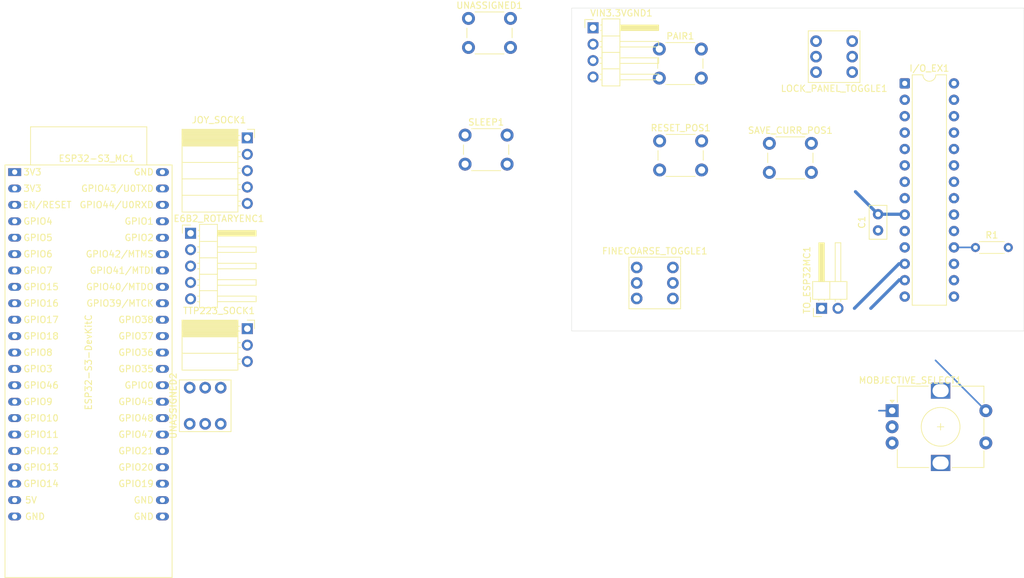
<source format=kicad_pcb>
(kicad_pcb (version 20241229) (generator "pcbnew") (generator_version "9.0")
  (layers (0 "F.Cu" signal) (2 "B.Cu" signal) (13 "F.Paste" user) (15 "B.Paste" user) (5 "F.SilkS" user "F.Silkscreen") (7 "B.SilkS" user "B.Silkscreen") (1 "F.Mask" user) (3 "B.Mask" user) (25 "Edge.Cuts" user))
  (net 0 "")
  (net 1 "GND")
  (net 2 "/<NO NET>")
  (net 7 "/FINECOARSE_TOGGLE")
  (net 8 "/SAVE_CURR_POS")
  (net 9 "/ROTARY_SW")
  (net 10 "/RESET_POS")
  (net 12 "/ROTARY_PHB")
  (net 14 "/PAIR")
  (net 15 "/SHUTTER_RELEASE")
  (net 20 "/ROTARY_PHA")
  (net 22 "/LOCK_PANEL")
  (net 31 "/SLEEP")
  (net 32 "/MCPCLK")
  (net 33 "/MCPDATA")
  (net 35 "/E6B2_PHZ")
  (net 36 "/E6B2_PHA")
  (net 74 "/FINECOARSE_SWITCH")
  (net 75 "/JOY_VRx")
  (net 76 "/JOY_VRy")
  (net 84 "/+5V")
  (net 85 "/NC")
  (footprint "Capacitor_THT:C_Disc_D5.0mm_W2.5mm_P2.50mm" (layer "F.Cu") (at 169.02 74.07 90)
    (property "Reference" "C1" (at 1.25 -2.5 90) (layer "F.SilkS"))
    (property "Value" "0.1uF")
    (fp_line (start 3.87 -1.37) (end 3.87 1.37) (stroke (width 0.12)) (layer "F.SilkS"))
    (fp_line (start -1.37 -1.37) (end 3.87 -1.37) (stroke (width 0.12)) (layer "F.SilkS"))
    (fp_line (start 3.87 1.37) (end -1.37 1.37) (stroke (width 0.12)) (layer "F.SilkS"))
    (fp_line (start -1.37 1.37) (end -1.37 -1.37) (stroke (width 0.12)) (layer "F.SilkS"))
    (pad "1" thru_hole circle (at 0 0 90) (size 1.6 1.6) (drill 0.8) (layers "*.Cu" "*.Mask") (net 1 "GND"))
    (pad "2" thru_hole circle (at 2.5 0 90) (size 1.6 1.6) (drill 0.8) (layers "*.Cu" "*.Mask") (net 2 "/<NO NET>"))
  )
  (footprint "TMB_Library:SW_Push_DPDT_8x8mm" (layer "F.Cu") (at 64.91 101.23)
    (property "Reference" "UNASSIGNED2" (at -4.94 0 90) (layer "F.SilkS"))
    (property "Value" "SW_Push_DPDT")
    (fp_line (start -4 -4) (end -4 4) (stroke (width 0.12)) (layer "F.SilkS"))
    (fp_line (start -4 4) (end 4 4) (stroke (width 0.12)) (layer "F.SilkS"))
    (fp_line (start 4 -4) (end -4 -4) (stroke (width 0.12)) (layer "F.SilkS"))
    (fp_line (start 4 4) (end 4 -4) (stroke (width 0.12)) (layer "F.SilkS"))
    (pad "1" thru_hole circle (at -2.4 2.8) (size 1.8 1.8) (drill 1) (layers "*.Cu" "*.Mask"))
    (pad "2" thru_hole circle (at 0 2.8) (size 1.8 1.8) (drill 1) (layers "*.Cu" "*.Mask"))
    (pad "3" thru_hole circle (at 2.4 2.8) (size 1.8 1.8) (drill 1) (layers "*.Cu" "*.Mask") (net 1 "GND"))
    (pad "4" thru_hole circle (at 2.4 -2.8) (size 1.8 1.8) (drill 1) (layers "*.Cu" "*.Mask"))
    (pad "5" thru_hole circle (at 0 -2.8) (size 1.8 1.8) (drill 1) (layers "*.Cu" "*.Mask"))
    (pad "6" thru_hole circle (at -2.4 -2.8) (size 1.8 1.8) (drill 1) (layers "*.Cu" "*.Mask"))
  )
  (footprint "TMB_Library:SW_Push_DPDT_8x8mm" (layer "F.Cu") (at 162.225 47.165 90)
    (property "Reference" "LOCK_PANEL_TOGGLE1" (at -4.94 0 0) (layer "F.SilkS"))
    (property "Value" "SW_Push_DPDT")
    (fp_line (start 4 -4) (end -4 -4) (stroke (width 0.12)) (layer "F.SilkS"))
    (fp_line (start -4 -4) (end -4 4) (stroke (width 0.12)) (layer "F.SilkS"))
    (fp_line (start 4 4) (end 4 -4) (stroke (width 0.12)) (layer "F.SilkS"))
    (fp_line (start -4 4) (end 4 4) (stroke (width 0.12)) (layer "F.SilkS"))
    (pad "1" thru_hole circle (at -2.4 2.8 90) (size 1.8 1.8) (drill 1) (layers "*.Cu" "*.Mask"))
    (pad "2" thru_hole circle (at 0 2.8 90) (size 1.8 1.8) (drill 1) (layers "*.Cu" "*.Mask") (net 22 "/LOCK_PANEL"))
    (pad "3" thru_hole circle (at 2.4 2.8 90) (size 1.8 1.8) (drill 1) (layers "*.Cu" "*.Mask") (net 1 "GND"))
    (pad "4" thru_hole circle (at 2.4 -2.8 90) (size 1.8 1.8) (drill 1) (layers "*.Cu" "*.Mask"))
    (pad "5" thru_hole circle (at 0 -2.8 90) (size 1.8 1.8) (drill 1) (layers "*.Cu" "*.Mask"))
    (pad "6" thru_hole circle (at -2.4 -2.8 90) (size 1.8 1.8) (drill 1) (layers "*.Cu" "*.Mask"))
  )
  (footprint "Button_Switch_THT:SW_PUSH_6mm_H8.5mm" (layer "F.Cu") (at 135.225 60.215)
    (property "Reference" "RESET_POS1" (at 3.25 -2 0) (layer "F.SilkS"))
    (property "Value" "SW_Push")
    (fp_line (start -0.25 1.5) (end -0.25 3) (stroke (width 0.12)) (layer "F.SilkS"))
    (fp_line (start 1 5.5) (end 5.5 5.5) (stroke (width 0.12)) (layer "F.SilkS"))
    (fp_line (start 5.5 -1) (end 1 -1) (stroke (width 0.12)) (layer "F.SilkS"))
    (fp_line (start 6.75 3) (end 6.75 1.5) (stroke (width 0.12)) (layer "F.SilkS"))
    (pad "1" thru_hole circle (at 0 0 90) (size 2 2) (drill 1.1) (layers "*.Cu" "*.Mask") (net 10 "/RESET_POS"))
    (pad "1" thru_hole circle (at 6.5 0 90) (size 2 2) (drill 1.1) (layers "*.Cu" "*.Mask") (net 10 "/RESET_POS"))
    (pad "2" thru_hole circle (at 0 4.5 90) (size 2 2) (drill 1.1) (layers "*.Cu" "*.Mask") (net 1 "GND"))
    (pad "2" thru_hole circle (at 6.5 4.5 90) (size 2 2) (drill 1.1) (layers "*.Cu" "*.Mask") (net 1 "GND"))
  )
  (footprint "Connector_PinHeader_2.54mm:PinHeader_1x02_P2.54mm_Horizontal" (layer "F.Cu") (at 160.285 86.14 90)
    (property "Reference" "TO_ESP32MC1" (at 4.385 -2.27 90) (layer "F.SilkS"))
    (property "Value" "Conn_01x02_Pin")
    (fp_line (start 4.15 -1.38) (end 1.39 -1.38) (stroke (width 0.12)) (layer "F.SilkS"))
    (fp_line (start 1.39 -1.38) (end 1.39 3.92) (stroke (width 0.12)) (layer "F.SilkS"))
    (fp_line (start -1.27 -1.27) (end 0 -1.27) (stroke (width 0.12)) (layer "F.SilkS"))
    (fp_line (start 1.16 -0.43) (end 1.39 -0.43) (stroke (width 0.12)) (layer "F.SilkS"))
    (fp_line (start -1.27 0) (end -1.27 -1.27) (stroke (width 0.12)) (layer "F.SilkS"))
    (fp_line (start 1.16 0.43) (end 1.39 0.43) (stroke (width 0.12)) (layer "F.SilkS"))
    (fp_line (start 1.39 1.27) (end 4.15 1.27) (stroke (width 0.12)) (layer "F.SilkS"))
    (fp_line (start 10.15 2.11) (end 10.15 2.97) (stroke (width 0.12)) (layer "F.SilkS"))
    (fp_line (start 4.15 2.11) (end 10.15 2.11) (stroke (width 0.12)) (layer "F.SilkS"))
    (fp_line (start 1.077358 2.11) (end 1.39 2.11) (stroke (width 0.12)) (layer "F.SilkS"))
    (fp_line (start 10.15 2.97) (end 4.15 2.97) (stroke (width 0.12)) (layer "F.SilkS"))
    (fp_line (start 1.077358 2.97) (end 1.39 2.97) (stroke (width 0.12)) (layer "F.SilkS"))
    (fp_line (start 4.15 3.92) (end 4.15 -1.38) (stroke (width 0.12)) (layer "F.SilkS"))
    (fp_line (start 1.39 3.92) (end 4.15 3.92) (stroke (width 0.12)) (layer "F.SilkS"))
    (fp_rect (start 4.15 -0.43) (end 10.15 0.43) (stroke (width 0.12)) (fill yes) (layer "F.SilkS"))
    (pad "1" thru_hole rect (at 0 0 90) (size 1.7 1.7) (drill 1) (layers "*.Cu" "*.Mask") (net 32 "/MCPCLK"))
    (pad "2" thru_hole circle (at 0 2.54 90) (size 1.7 1.7) (drill 1) (layers "*.Cu" "*.Mask") (net 33 "/MCPDATA"))
  )
  (footprint "Button_Switch_THT:SW_PUSH_6mm_H8.5mm" (layer "F.Cu") (at 105.125 59.315)
    (property "Reference" "SLEEP1" (at 3.25 -2 0) (layer "F.SilkS"))
    (property "Value" "SW_Push")
    (fp_line (start -0.25 1.5) (end -0.25 3) (stroke (width 0.12)) (layer "F.SilkS"))
    (fp_line (start 1 5.5) (end 5.5 5.5) (stroke (width 0.12)) (layer "F.SilkS"))
    (fp_line (start 5.5 -1) (end 1 -1) (stroke (width 0.12)) (layer "F.SilkS"))
    (fp_line (start 6.75 3) (end 6.75 1.5) (stroke (width 0.12)) (layer "F.SilkS"))
    (pad "1" thru_hole circle (at 0 0 90) (size 2 2) (drill 1.1) (layers "*.Cu" "*.Mask") (net 31 "/SLEEP"))
    (pad "1" thru_hole circle (at 6.5 0 90) (size 2 2) (drill 1.1) (layers "*.Cu" "*.Mask") (net 31 "/SLEEP"))
    (pad "2" thru_hole circle (at 0 4.5 90) (size 2 2) (drill 1.1) (layers "*.Cu" "*.Mask") (net 1 "GND"))
    (pad "2" thru_hole circle (at 6.5 4.5 90) (size 2 2) (drill 1.1) (layers "*.Cu" "*.Mask") (net 1 "GND"))
  )
  (footprint "Connector_PinSocket_2.54mm:PinSocket_1x05_P2.54mm_Horizontal" (layer "F.Cu") (at 71.425 59.745)
    (property "Reference" "JOY_SOCK1" (at -4.38 -2.77 0) (layer "F.SilkS"))
    (property "Value" "Conn_01x05_Socket")
    (fp_line (start -10.09 -1.33) (end -10.09 11.49) (stroke (width 0.12)) (layer "F.SilkS"))
    (fp_line (start -10.09 -1.33) (end -1.46 -1.33) (stroke (width 0.12)) (layer "F.SilkS"))
    (fp_line (start -10.09 -1.21) (end -1.46 -1.21) (stroke (width 0.12)) (layer "F.SilkS"))
    (fp_line (start -10.09 -1.091905) (end -1.46 -1.091905) (stroke (width 0.12)) (layer "F.SilkS"))
    (fp_line (start -10.09 -0.97381) (end -1.46 -0.97381) (stroke (width 0.12)) (layer "F.SilkS"))
    (fp_line (start -10.09 -0.855715) (end -1.46 -0.855715) (stroke (width 0.12)) (layer "F.SilkS"))
    (fp_line (start -10.09 -0.73762) (end -1.46 -0.73762) (stroke (width 0.12)) (layer "F.SilkS"))
    (fp_line (start -10.09 -0.619525) (end -1.46 -0.619525) (stroke (width 0.12)) (layer "F.SilkS"))
    (fp_line (start -10.09 -0.50143) (end -1.46 -0.50143) (stroke (width 0.12)) (layer "F.SilkS"))
    (fp_line (start -10.09 -0.383335) (end -1.46 -0.383335) (stroke (width 0.12)) (layer "F.SilkS"))
    (fp_line (start -10.09 -0.26524) (end -1.46 -0.26524) (stroke (width 0.12)) (layer "F.SilkS"))
    (fp_line (start -10.09 -0.147145) (end -1.46 -0.147145) (stroke (width 0.12)) (layer "F.SilkS"))
    (fp_line (start -10.09 -0.02905) (end -1.46 -0.02905) (stroke (width 0.12)) (layer "F.SilkS"))
    (fp_line (start -10.09 0.089045) (end -1.46 0.089045) (stroke (width 0.12)) (layer "F.SilkS"))
    (fp_line (start -10.09 0.20714) (end -1.46 0.20714) (stroke (width 0.12)) (layer "F.SilkS"))
    (fp_line (start -10.09 0.325235) (end -1.46 0.325235) (stroke (width 0.12)) (layer "F.SilkS"))
    (fp_line (start -10.09 0.44333) (end -1.46 0.44333) (stroke (width 0.12)) (layer "F.SilkS"))
    (fp_line (start -10.09 0.561425) (end -1.46 0.561425) (stroke (width 0.12)) (layer "F.SilkS"))
    (fp_line (start -10.09 0.67952) (end -1.46 0.67952) (stroke (width 0.12)) (layer "F.SilkS"))
    (fp_line (start -10.09 0.797615) (end -1.46 0.797615) (stroke (width 0.12)) (layer "F.SilkS"))
    (fp_line (start -10.09 0.91571) (end -1.46 0.91571) (stroke (width 0.12)) (layer "F.SilkS"))
    (fp_line (start -10.09 1.033805) (end -1.46 1.033805) (stroke (width 0.12)) (layer "F.SilkS"))
    (fp_line (start -10.09 1.1519) (end -1.46 1.1519) (stroke (width 0.12)) (layer "F.SilkS"))
    (fp_line (start -10.09 1.27) (end -1.46 1.27) (stroke (width 0.12)) (layer "F.SilkS"))
    (fp_line (start -10.09 3.81) (end -1.46 3.81) (stroke (width 0.12)) (layer "F.SilkS"))
    (fp_line (start -10.09 6.35) (end -1.46 6.35) (stroke (width 0.12)) (layer "F.SilkS"))
    (fp_line (start -10.09 8.89) (end -1.46 8.89) (stroke (width 0.12)) (layer "F.SilkS"))
    (fp_line (start -10.09 11.49) (end -1.46 11.49) (stroke (width 0.12)) (layer "F.SilkS"))
    (fp_line (start -1.46 -1.33) (end -1.46 11.49) (stroke (width 0.12)) (layer "F.SilkS"))
    (fp_line (start -1.46 -0.36) (end -1.11 -0.36) (stroke (width 0.12)) (layer "F.SilkS"))
    (fp_line (start -1.46 0.36) (end -1.11 0.36) (stroke (width 0.12)) (layer "F.SilkS"))
    (fp_line (start -1.46 2.18) (end -1.05 2.18) (stroke (width 0.12)) (layer "F.SilkS"))
    (fp_line (start -1.46 2.9) (end -1.05 2.9) (stroke (width 0.12)) (layer "F.SilkS"))
    (fp_line (start -1.46 4.72) (end -1.05 4.72) (stroke (width 0.12)) (layer "F.SilkS"))
    (fp_line (start -1.46 5.44) (end -1.05 5.44) (stroke (width 0.12)) (layer "F.SilkS"))
    (fp_line (start -1.46 7.26) (end -1.05 7.26) (stroke (width 0.12)) (layer "F.SilkS"))
    (fp_line (start -1.46 7.98) (end -1.05 7.98) (stroke (width 0.12)) (layer "F.SilkS"))
    (fp_line (start -1.46 9.8) (end -1.05 9.8) (stroke (width 0.12)) (layer "F.SilkS"))
    (fp_line (start -1.46 10.52) (end -1.05 10.52) (stroke (width 0.12)) (layer "F.SilkS"))
    (fp_line (start 0 -1.33) (end 1.11 -1.33) (stroke (width 0.12)) (layer "F.SilkS"))
    (fp_line (start 1.11 -1.33) (end 1.11 0) (stroke (width 0.12)) (layer "F.SilkS"))
    (pad "1" thru_hole rect (at 0 0) (size 1.7 1.7) (drill 1) (layers "*.Cu" "*.Mask") (net 1 "GND"))
    (pad "2" thru_hole circle (at 0 2.54) (size 1.7 1.7) (drill 1) (layers "*.Cu" "*.Mask") (net 2 "/<NO NET>"))
    (pad "3" thru_hole circle (at 0 5.08) (size 1.7 1.7) (drill 1) (layers "*.Cu" "*.Mask") (net 75 "/JOY_VRx"))
    (pad "4" thru_hole circle (at 0 7.62) (size 1.7 1.7) (drill 1) (layers "*.Cu" "*.Mask") (net 76 "/JOY_VRy"))
    (pad "5" thru_hole circle (at 0 10.16) (size 1.7 1.7) (drill 1) (layers "*.Cu" "*.Mask") (net 74 "/FINECOARSE_SWITCH"))
  )
  (footprint "Package_DIP:DIP-28_W7.62mm" (layer "F.Cu") (at 173.15 51.305)
    (property "Reference" "I/O_EX1" (at 3.81 -2.33 0) (layer "F.SilkS"))
    (property "Value" "MCP23017_SP")
    (fp_line (start 1.16 -1.33) (end 1.16 34.35) (stroke (width 0.12)) (layer "F.SilkS"))
    (fp_line (start 1.16 34.35) (end 6.46 34.35) (stroke (width 0.12)) (layer "F.SilkS"))
    (fp_line (start 2.81 -1.33) (end 1.16 -1.33) (stroke (width 0.12)) (layer "F.SilkS"))
    (fp_line (start 6.46 -1.33) (end 4.81 -1.33) (stroke (width 0.12)) (layer "F.SilkS"))
    (fp_line (start 6.46 34.35) (end 6.46 -1.33) (stroke (width 0.12)) (layer "F.SilkS"))
    (fp_arc (start 4.81 -1.33) (mid 3.81 -0.33) (end 2.81 -1.33) (stroke (width 0.12)) (layer "F.SilkS"))
    (pad "1" thru_hole roundrect (at 0 0) (size 1.6 1.6) (drill 0.8) (layers "*.Cu" "*.Mask") (roundrect_rratio 0.15625) (net 14 "/PAIR"))
    (pad "2" thru_hole circle (at 0 2.54) (size 1.6 1.6) (drill 0.8) (layers "*.Cu" "*.Mask") (net 22 "/LOCK_PANEL"))
    (pad "3" thru_hole circle (at 0 5.08) (size 1.6 1.6) (drill 0.8) (layers "*.Cu" "*.Mask") (net 10 "/RESET_POS"))
    (pad "4" thru_hole circle (at 0 7.62) (size 1.6 1.6) (drill 0.8) (layers "*.Cu" "*.Mask") (net 8 "/SAVE_CURR_POS"))
    (pad "5" thru_hole circle (at 0 10.16) (size 1.6 1.6) (drill 0.8) (layers "*.Cu" "*.Mask") (net 15 "/SHUTTER_RELEASE"))
    (pad "6" thru_hole circle (at 0 12.7) (size 1.6 1.6) (drill 0.8) (layers "*.Cu" "*.Mask") (net 12 "/ROTARY_PHB"))
    (pad "7" thru_hole circle (at 0 15.24) (size 1.6 1.6) (drill 0.8) (layers "*.Cu" "*.Mask") (net 20 "/ROTARY_PHA"))
    (pad "8" thru_hole circle (at 0 17.78) (size 1.6 1.6) (drill 0.8) (layers "*.Cu" "*.Mask") (net 9 "/ROTARY_SW"))
    (pad "9" thru_hole circle (at 0 20.32) (size 1.6 1.6) (drill 0.8) (layers "*.Cu" "*.Mask") (net 2 "/<NO NET>"))
    (pad "10" thru_hole circle (at 0 22.86) (size 1.6 1.6) (drill 0.8) (layers "*.Cu" "*.Mask") (net 1 "GND"))
    (pad "11" thru_hole circle (at 0 25.4) (size 1.6 1.6) (drill 0.8) (layers "*.Cu" "*.Mask"))
    (pad "12" thru_hole circle (at 0 27.94) (size 1.6 1.6) (drill 0.8) (layers "*.Cu" "*.Mask") (net 32 "/MCPCLK"))
    (pad "13" thru_hole circle (at 0 30.48) (size 1.6 1.6) (drill 0.8) (layers "*.Cu" "*.Mask") (net 33 "/MCPDATA"))
    (pad "14" thru_hole circle (at 0 33.02) (size 1.6 1.6) (drill 0.8) (layers "*.Cu" "*.Mask"))
    (pad "15" thru_hole circle (at 7.62 33.02) (size 1.6 1.6) (drill 0.8) (layers "*.Cu" "*.Mask") (net 1 "GND"))
    (pad "16" thru_hole circle (at 7.62 30.48) (size 1.6 1.6) (drill 0.8) (layers "*.Cu" "*.Mask") (net 1 "GND"))
    (pad "17" thru_hole circle (at 7.62 27.94) (size 1.6 1.6) (drill 0.8) (layers "*.Cu" "*.Mask") (net 1 "GND"))
    (pad "18" thru_hole circle (at 7.62 25.4) (size 1.6 1.6) (drill 0.8) (layers "*.Cu" "*.Mask") (net 2 "/<NO NET>"))
    (pad "19" thru_hole circle (at 7.62 22.86) (size 1.6 1.6) (drill 0.8) (layers "*.Cu" "*.Mask"))
    (pad "20" thru_hole circle (at 7.62 20.32) (size 1.6 1.6) (drill 0.8) (layers "*.Cu" "*.Mask"))
    (pad "21" thru_hole circle (at 7.62 17.78) (size 1.6 1.6) (drill 0.8) (layers "*.Cu" "*.Mask") (net 74 "/FINECOARSE_SWITCH"))
    (pad "22" thru_hole circle (at 7.62 15.24) (size 1.6 1.6) (drill 0.8) (layers "*.Cu" "*.Mask"))
    (pad "23" thru_hole circle (at 7.62 12.7) (size 1.6 1.6) (drill 0.8) (layers "*.Cu" "*.Mask"))
    (pad "24" thru_hole circle (at 7.62 10.16) (size 1.6 1.6) (drill 0.8) (layers "*.Cu" "*.Mask"))
    (pad "25" thru_hole circle (at 7.62 7.62) (size 1.6 1.6) (drill 0.8) (layers "*.Cu" "*.Mask"))
    (pad "26" thru_hole circle (at 7.62 5.08) (size 1.6 1.6) (drill 0.8) (layers "*.Cu" "*.Mask"))
    (pad "27" thru_hole circle (at 7.62 2.54) (size 1.6 1.6) (drill 0.8) (layers "*.Cu" "*.Mask"))
    (pad "28" thru_hole circle (at 7.62 0) (size 1.6 1.6) (drill 0.8) (layers "*.Cu" "*.Mask"))
  )
  (footprint "Button_Switch_THT:SW_PUSH_6mm_H8.5mm" (layer "F.Cu") (at 105.65 41.24)
    (property "Reference" "UNASSIGNED1" (at 3.25 -2 0) (layer "F.SilkS"))
    (property "Value" "SW_Push")
    (fp_line (start -0.25 1.5) (end -0.25 3) (stroke (width 0.12)) (layer "F.SilkS"))
    (fp_line (start 1 5.5) (end 5.5 5.5) (stroke (width 0.12)) (layer "F.SilkS"))
    (fp_line (start 5.5 -1) (end 1 -1) (stroke (width 0.12)) (layer "F.SilkS"))
    (fp_line (start 6.75 3) (end 6.75 1.5) (stroke (width 0.12)) (layer "F.SilkS"))
    (pad "1" thru_hole circle (at 0 0 90) (size 2 2) (drill 1.1) (layers "*.Cu" "*.Mask"))
    (pad "1" thru_hole circle (at 6.5 0 90) (size 2 2) (drill 1.1) (layers "*.Cu" "*.Mask"))
    (pad "2" thru_hole circle (at 0 4.5 90) (size 2 2) (drill 1.1) (layers "*.Cu" "*.Mask"))
    (pad "2" thru_hole circle (at 6.5 4.5 90) (size 2 2) (drill 1.1) (layers "*.Cu" "*.Mask"))
  )
  (footprint "Rotary_Encoder:RotaryEncoder_Alps_EC12E-Switch_Vertical_H20mm" (layer "F.Cu") (at 171.2 101.99)
    (property "Reference" "MOBJECTIVE_SELECT1" (at 2.8 -4.7 0) (layer "F.SilkS"))
    (property "Value" "RotaryEncoder_Switch")
    (fp_line (start -0.3 -1.6) (end 0.3 -1.6) (stroke (width 0.12)) (layer "F.SilkS"))
    (fp_line (start 0 -1.3) (end -0.3 -1.6) (stroke (width 0.12)) (layer "F.SilkS"))
    (fp_line (start 0.3 -1.6) (end 0 -1.3) (stroke (width 0.12)) (layer "F.SilkS"))
    (fp_line (start 0.8 -3.8) (end 0.8 -1.3) (stroke (width 0.12)) (layer "F.SilkS"))
    (fp_line (start 0.8 8.8) (end 0.8 6) (stroke (width 0.12)) (layer "F.SilkS"))
    (fp_line (start 5.6 -3.8) (end 0.8 -3.8) (stroke (width 0.12)) (layer "F.SilkS"))
    (fp_line (start 5.7 8.8) (end 0.8 8.8) (stroke (width 0.12)) (layer "F.SilkS"))
    (fp_line (start 7 2.5) (end 8 2.5) (stroke (width 0.12)) (layer "F.SilkS"))
    (fp_line (start 7.5 2) (end 7.5 3) (stroke (width 0.12)) (layer "F.SilkS"))
    (fp_line (start 9.3 -3.8) (end 14.2 -3.8) (stroke (width 0.12)) (layer "F.SilkS"))
    (fp_line (start 14.2 -3.8) (end 14.2 -1.2) (stroke (width 0.12)) (layer "F.SilkS"))
    (fp_line (start 14.2 1.2) (end 14.2 3.8) (stroke (width 0.12)) (layer "F.SilkS"))
    (fp_line (start 14.2 6.2) (end 14.2 8.8) (stroke (width 0.12)) (layer "F.SilkS"))
    (fp_line (start 14.2 8.8) (end 9.3 8.8) (stroke (width 0.12)) (layer "F.SilkS"))
    (fp_circle (center 7.5 2.5) (end 10.5 2.5) (stroke (width 0.12)) (fill no) (layer "F.SilkS"))
    (pad "A" thru_hole rect (at 0 0) (size 2 2) (drill 1) (layers "*.Cu" "*.Mask") (net 20 "/ROTARY_PHA"))
    (pad "B" thru_hole circle (at 0 5) (size 2 2) (drill 1) (layers "*.Cu" "*.Mask") (net 12 "/ROTARY_PHB"))
    (pad "C" thru_hole circle (at 0 2.5) (size 2 2) (drill 1) (layers "*.Cu" "*.Mask") (net 1 "GND"))
    (pad "MP" thru_hole rect (at 7.5 -3.1) (size 3 2.5) (drill oval 2.5 2) (layers "*.Cu" "*.Mask"))
    (pad "MP" thru_hole rect (at 7.5 8.1) (size 3 2.5) (drill oval 2.5 2) (layers "*.Cu" "*.Mask"))
    (pad "S1" thru_hole circle (at 14.5 0) (size 2 2) (drill 1) (layers "*.Cu" "*.Mask") (net 9 "/ROTARY_SW"))
    (pad "S2" thru_hole circle (at 14.5 5) (size 2 2) (drill 1) (layers "*.Cu" "*.Mask") (net 1 "GND"))
  )
  (footprint "PCM_Espressif:ESP32-S3-DevKitC" (layer "F.Cu") (at 35.43 65.04312)
    (property "Reference" "ESP32-S3_MC1" (at 12.7 -2.1 0) (layer "F.SilkS"))
    (property "Value" "ESP32-S3-DevKitC" (at 11.42632 29.46128 90) (layer "F.SilkS"))
    (fp_line (start -1.5 62.79728) (end 24.359999 62.79728) (stroke (width 0.12)) (layer "F.SilkS"))
    (fp_line (start -1.499999 -1.1) (end -1.5 62.79728) (stroke (width 0.12)) (layer "F.SilkS"))
    (fp_line (start 2.46012 -7.01312) (end 20.44332 -7.01312) (stroke (width 0.12)) (layer "F.SilkS"))
    (fp_line (start 2.46012 -1.12032) (end 2.46012 -7.01312) (stroke (width 0.12)) (layer "F.SilkS"))
    (fp_line (start 20.44332 -7.01312) (end 20.44332 -1.12032) (stroke (width 0.12)) (layer "F.SilkS"))
    (fp_line (start 24.359999 62.79728) (end 24.36 -1.1) (stroke (width 0.12)) (layer "F.SilkS"))
    (fp_line (start 24.36 -1.1) (end -1.499999 -1.1) (stroke (width 0.12)) (layer "F.SilkS"))
    (fp_text user "GPIO19" (at 21.59 48.26 0) (layer "F.SilkS") (effects (justify right)))
    (fp_text user "GPIO41/MTDI" (at 21.59 15.24 0) (layer "F.SilkS") (effects (justify right)))
    (fp_text user "GPIO16" (at 1.27 20.32 0) (layer "F.SilkS") (effects (justify left)))
    (fp_text user "GPIO1" (at 21.59 7.62 0) (layer "F.SilkS") (effects (justify right)))
    (fp_text user "GPIO12" (at 1.27 43.18 0) (layer "F.SilkS") (effects (justify left)))
    (fp_text user "GPIO45" (at 21.59 35.56 0) (layer "F.SilkS") (effects (justify right)))
    (fp_text user "GPIO7" (at 1.27 15.24 0) (layer "F.SilkS") (effects (justify left)))
    (fp_text user "GND" (at 1.52032 53.33728 0) (layer "F.SilkS") (effects (justify left)))
    (fp_text user "GPIO20" (at 21.59 45.72 0) (layer "F.SilkS") (effects (justify right)))
    (fp_text user "GPIO39/MTCK" (at 21.59 20.32 0) (layer "F.SilkS") (effects (justify right)))
    (fp_text user "GPIO13" (at 1.27 45.72 0) (layer "F.SilkS") (effects (justify left)))
    (fp_text user "GPIO42/MTMS" (at 21.59 12.7 0) (layer "F.SilkS") (effects (justify right)))
    (fp_text user "GND" (at 21.59 0 0) (layer "F.SilkS") (effects (justify right)))
    (fp_text user "5V" (at 1.52032 50.79728 0) (layer "F.SilkS") (effects (justify left)))
    (fp_text user "GPIO4" (at 1.27 7.62 0) (layer "F.SilkS") (effects (justify left)))
    (fp_text user "GPIO21" (at 21.59 43.18 0) (layer "F.SilkS") (effects (justify right)))
    (fp_text user "GPIO17" (at 1.27 22.86 0) (layer "F.SilkS") (effects (justify left)))
    (fp_text user "GPIO38" (at 21.59 22.86 0) (layer "F.SilkS") (effects (justify right)))
    (fp_text user "GPIO43/U0TXD" (at 21.59 2.54 0) (layer "F.SilkS") (effects (justify right)))
    (fp_text user "GPIO44/U0RXD" (at 21.59 5.08 0) (layer "F.SilkS") (effects (justify right)))
    (fp_text user "GPIO18" (at 1.27 25.4 0) (layer "F.SilkS") (effects (justify left)))
    (fp_text user "GPIO14" (at 1.27 48.26 0) (layer "F.SilkS") (effects (justify left)))
    (fp_text user "EN/RESET" (at 8.88632 5.07728 0) (layer "F.SilkS") (effects (justify right)))
    (fp_text user "GPIO47" (at 21.59 40.64 0) (layer "F.SilkS") (effects (justify right)))
    (fp_text user "GPIO9" (at 1.27 35.56 0) (layer "F.SilkS") (effects (justify left)))
    (fp_text user "GPIO6" (at 1.27 12.7 0) (layer "F.SilkS") (effects (justify left)))
    (fp_text user "3V3" (at 1.27 2.54 0) (layer "F.SilkS") (effects (justify left)))
    (fp_text user "3V3" (at 1.27 0 0) (layer "F.SilkS") (effects (justify left)))
    (fp_text user "GND" (at 21.59 53.34 0) (layer "F.SilkS") (effects (justify right)))
    (fp_text user "GPIO11" (at 1.27 40.64 0) (layer "F.SilkS") (effects (justify left)))
    (fp_text user "GPIO48" (at 21.59 38.1 0) (layer "F.SilkS") (effects (justify right)))
    (fp_text user "GPIO3" (at 1.27 30.48 0) (layer "F.SilkS") (effects (justify left)))
    (fp_text user "GPIO10" (at 1.27 38.1 0) (layer "F.SilkS") (effects (justify left)))
    (fp_text user "GPIO36" (at 21.59 27.94 0) (layer "F.SilkS") (effects (justify right)))
    (fp_text user "GPIO40/MTDO" (at 21.59 17.78 0) (layer "F.SilkS") (effects (justify right)))
    (fp_text user "GPIO0" (at 21.59 33.02 0) (layer "F.SilkS") (effects (justify right)))
    (fp_text user "GND" (at 21.59 50.8 0) (layer "F.SilkS") (effects (justify right)))
    (fp_text user "GPIO8" (at 1.27 27.94 0) (layer "F.SilkS") (effects (justify left)))
    (fp_text user "GPIO15" (at 1.27 17.78 0) (layer "F.SilkS") (effects (justify left)))
    (fp_text user "GPIO35" (at 21.59 30.48 0) (layer "F.SilkS") (effects (justify right)))
    (fp_text user "GPIO46" (at 1.27 33.02 0) (layer "F.SilkS") (effects (justify left)))
    (fp_text user "GPIO2" (at 21.59 10.16 0) (layer "F.SilkS") (effects (justify right)))
    (fp_text user "GPIO37" (at 21.59 25.4 0) (layer "F.SilkS") (effects (justify right)))
    (fp_text user "GPIO5" (at 1.27 10.16 0) (layer "F.SilkS") (effects (justify left)))
    (pad "1" thru_hole rect (at 0 0 270) (size 1.2 2) (drill 0.8) (layers "*.Cu" "*.Mask") (net 2 "/<NO NET>"))
    (pad "2" thru_hole oval (at 0 2.54 270) (size 1.2 2) (drill 0.8) (layers "*.Cu" "*.Mask") (net 2 "/<NO NET>"))
    (pad "3" thru_hole oval (at 0 5.08 270) (size 1.2 2) (drill 0.8) (layers "*.Cu" "*.Mask"))
    (pad "4" thru_hole oval (at 0 7.62 270) (size 1.2 2) (drill 0.8) (layers "*.Cu" "*.Mask"))
    (pad "5" thru_hole oval (at 0 10.16 270) (size 1.2 2) (drill 0.8) (layers "*.Cu" "*.Mask"))
    (pad "6" thru_hole oval (at 0 12.7 270) (size 1.2 2) (drill 0.8) (layers "*.Cu" "*.Mask"))
    (pad "7" thru_hole oval (at 0 15.24 270) (size 1.2 2) (drill 0.8) (layers "*.Cu" "*.Mask"))
    (pad "8" thru_hole oval (at 0 17.78 270) (size 1.2 2) (drill 0.8) (layers "*.Cu" "*.Mask"))
    (pad "9" thru_hole oval (at 0 20.32 270) (size 1.2 2) (drill 0.8) (layers "*.Cu" "*.Mask"))
    (pad "10" thru_hole oval (at 0 22.86 270) (size 1.2 2) (drill 0.8) (layers "*.Cu" "*.Mask"))
    (pad "11" thru_hole oval (at 0 25.4 270) (size 1.2 2) (drill 0.8) (layers "*.Cu" "*.Mask"))
    (pad "12" thru_hole oval (at 0 27.94 270) (size 1.2 2) (drill 0.8) (layers "*.Cu" "*.Mask"))
    (pad "13" thru_hole oval (at 0 30.48 270) (size 1.2 2) (drill 0.8) (layers "*.Cu" "*.Mask"))
    (pad "14" thru_hole oval (at 0 33.02 270) (size 1.2 2) (drill 0.8) (layers "*.Cu" "*.Mask"))
    (pad "15" thru_hole oval (at 0 35.56 270) (size 1.2 2) (drill 0.8) (layers "*.Cu" "*.Mask"))
    (pad "16" thru_hole oval (at 0 38.1 270) (size 1.2 2) (drill 0.8) (layers "*.Cu" "*.Mask"))
    (pad "17" thru_hole oval (at 0 40.64 270) (size 1.2 2) (drill 0.8) (layers "*.Cu" "*.Mask"))
    (pad "18" thru_hole oval (at 0 43.18 270) (size 1.2 2) (drill 0.8) (layers "*.Cu" "*.Mask"))
    (pad "19" thru_hole oval (at 0 45.72 270) (size 1.2 2) (drill 0.8) (layers "*.Cu" "*.Mask"))
    (pad "20" thru_hole oval (at -0.00368 48.25728 270) (size 1.2 2) (drill 0.8) (layers "*.Cu" "*.Mask"))
    (pad "21" thru_hole oval (at -0.00368 50.79728 270) (size 1.2 2) (drill 0.8) (layers "*.Cu" "*.Mask"))
    (pad "22" thru_hole oval (at -0.00368 53.33728 270) (size 1.2 2) (drill 0.8) (layers "*.Cu" "*.Mask") (net 1 "GND"))
    (pad "23" thru_hole oval (at 22.86 53.34 270) (size 1.2 2) (drill 0.8) (layers "*.Cu" "*.Mask") (net 1 "GND"))
    (pad "24" thru_hole oval (at 22.86 50.8 270) (size 1.2 2) (drill 0.8) (layers "*.Cu" "*.Mask") (net 1 "GND"))
    (pad "25" thru_hole oval (at 22.86 48.26 270) (size 1.2 2) (drill 0.8) (layers "*.Cu" "*.Mask"))
    (pad "26" thru_hole oval (at 22.86 45.72 270) (size 1.2 2) (drill 0.8) (layers "*.Cu" "*.Mask"))
    (pad "27" thru_hole oval (at 22.86 43.18 270) (size 1.2 2) (drill 0.8) (layers "*.Cu" "*.Mask"))
    (pad "28" thru_hole oval (at 22.86 40.64 270) (size 1.2 2) (drill 0.8) (layers "*.Cu" "*.Mask"))
    (pad "29" thru_hole oval (at 22.86 38.1 270) (size 1.2 2) (drill 0.8) (layers "*.Cu" "*.Mask"))
    (pad "30" thru_hole oval (at 22.86 35.56 270) (size 1.2 2) (drill 0.8) (layers "*.Cu" "*.Mask"))
    (pad "31" thru_hole oval (at 22.86 33.02 270) (size 1.2 2) (drill 0.8) (layers "*.Cu" "*.Mask") (net 31 "/SLEEP"))
    (pad "32" thru_hole oval (at 22.86 30.48 270) (size 1.2 2) (drill 0.8) (layers "*.Cu" "*.Mask"))
    (pad "33" thru_hole oval (at 22.86 27.94 270) (size 1.2 2) (drill 0.8) (layers "*.Cu" "*.Mask"))
    (pad "34" thru_hole oval (at 22.86 25.4 270) (size 1.2 2) (drill 0.8) (layers "*.Cu" "*.Mask"))
    (pad "35" thru_hole oval (at 22.86 22.86 270) (size 1.2 2) (drill 0.8) (layers "*.Cu" "*.Mask"))
    (pad "36" thru_hole oval (at 22.86 20.32 270) (size 1.2 2) (drill 0.8) (layers "*.Cu" "*.Mask"))
    (pad "37" thru_hole oval (at 22.86 17.78 270) (size 1.2 2) (drill 0.8) (layers "*.Cu" "*.Mask"))
    (pad "38" thru_hole oval (at 22.86 15.24 270) (size 1.2 2) (drill 0.8) (layers "*.Cu" "*.Mask"))
    (pad "39" thru_hole oval (at 22.86 12.7 270) (size 1.2 2) (drill 0.8) (layers "*.Cu" "*.Mask"))
    (pad "40" thru_hole oval (at 22.86 10.16 270) (size 1.2 2) (drill 0.8) (layers "*.Cu" "*.Mask"))
    (pad "41" thru_hole oval (at 22.86 7.62 270) (size 1.2 2) (drill 0.8) (layers "*.Cu" "*.Mask"))
    (pad "42" thru_hole oval (at 22.86 5.08 270) (size 1.2 2) (drill 0.8) (layers "*.Cu" "*.Mask"))
    (pad "43" thru_hole oval (at 22.86 2.54 270) (size 1.2 2) (drill 0.8) (layers "*.Cu" "*.Mask"))
    (pad "44" thru_hole oval (at 22.86 0 270) (size 1.2 2) (drill 0.8) (layers "*.Cu" "*.Mask") (net 1 "GND"))
  )
  (footprint "Connector_PinHeader_2.54mm:PinHeader_1x05_P2.54mm_Horizontal" (layer "F.Cu") (at 62.645 74.515)
    (property "Reference" "E6B2_ROTARYENC1" (at 4.385 -2.27 0) (layer "F.SilkS"))
    (property "Value" "Conn_01x05_Pin")
    (fp_line (start -1.27 -1.27) (end 0 -1.27) (stroke (width 0.12)) (layer "F.SilkS"))
    (fp_line (start -1.27 0) (end -1.27 -1.27) (stroke (width 0.12)) (layer "F.SilkS"))
    (fp_line (start 1.077358 2.11) (end 1.39 2.11) (stroke (width 0.12)) (layer "F.SilkS"))
    (fp_line (start 1.077358 2.97) (end 1.39 2.97) (stroke (width 0.12)) (layer "F.SilkS"))
    (fp_line (start 1.077358 4.65) (end 1.39 4.65) (stroke (width 0.12)) (layer "F.SilkS"))
    (fp_line (start 1.077358 5.51) (end 1.39 5.51) (stroke (width 0.12)) (layer "F.SilkS"))
    (fp_line (start 1.077358 7.19) (end 1.39 7.19) (stroke (width 0.12)) (layer "F.SilkS"))
    (fp_line (start 1.077358 8.05) (end 1.39 8.05) (stroke (width 0.12)) (layer "F.SilkS"))
    (fp_line (start 1.077358 9.73) (end 1.39 9.73) (stroke (width 0.12)) (layer "F.SilkS"))
    (fp_line (start 1.077358 10.59) (end 1.39 10.59) (stroke (width 0.12)) (layer "F.SilkS"))
    (fp_line (start 1.16 -0.43) (end 1.39 -0.43) (stroke (width 0.12)) (layer "F.SilkS"))
    (fp_line (start 1.16 0.43) (end 1.39 0.43) (stroke (width 0.12)) (layer "F.SilkS"))
    (fp_line (start 1.39 -1.38) (end 1.39 11.54) (stroke (width 0.12)) (layer "F.SilkS"))
    (fp_line (start 1.39 1.27) (end 4.15 1.27) (stroke (width 0.12)) (layer "F.SilkS"))
    (fp_line (start 1.39 3.81) (end 4.15 3.81) (stroke (width 0.12)) (layer "F.SilkS"))
    (fp_line (start 1.39 6.35) (end 4.15 6.35) (stroke (width 0.12)) (layer "F.SilkS"))
    (fp_line (start 1.39 8.89) (end 4.15 8.89) (stroke (width 0.12)) (layer "F.SilkS"))
    (fp_line (start 1.39 11.54) (end 4.15 11.54) (stroke (width 0.12)) (layer "F.SilkS"))
    (fp_line (start 4.15 -1.38) (end 1.39 -1.38) (stroke (width 0.12)) (layer "F.SilkS"))
    (fp_line (start 4.15 2.11) (end 10.15 2.11) (stroke (width 0.12)) (layer "F.SilkS"))
    (fp_line (start 4.15 4.65) (end 10.15 4.65) (stroke (width 0.12)) (layer "F.SilkS"))
    (fp_line (start 4.15 7.19) (end 10.15 7.19) (stroke (width 0.12)) (layer "F.SilkS"))
    (fp_line (start 4.15 9.73) (end 10.15 9.73) (stroke (width 0.12)) (layer "F.SilkS"))
    (fp_line (start 4.15 11.54) (end 4.15 -1.38) (stroke (width 0.12)) (layer "F.SilkS"))
    (fp_line (start 10.15 2.11) (end 10.15 2.97) (stroke (width 0.12)) (layer "F.SilkS"))
    (fp_line (start 10.15 2.97) (end 4.15 2.97) (stroke (width 0.12)) (layer "F.SilkS"))
    (fp_line (start 10.15 4.65) (end 10.15 5.51) (stroke (width 0.12)) (layer "F.SilkS"))
    (fp_line (start 10.15 5.51) (end 4.15 5.51) (stroke (width 0.12)) (layer "F.SilkS"))
    (fp_line (start 10.15 7.19) (end 10.15 8.05) (stroke (width 0.12)) (layer "F.SilkS"))
    (fp_line (start 10.15 8.05) (end 4.15 8.05) (stroke (width 0.12)) (layer "F.SilkS"))
    (fp_line (start 10.15 9.73) (end 10.15 10.59) (stroke (width 0.12)) (layer "F.SilkS"))
    (fp_line (start 10.15 10.59) (end 4.15 10.59) (stroke (width 0.12)) (layer "F.SilkS"))
    (fp_rect (start 4.15 -0.43) (end 10.15 0.43) (stroke (width 0.12)) (fill yes) (layer "F.SilkS"))
    (pad "1" thru_hole rect (at 0 0) (size 1.7 1.7) (drill 1) (layers "*.Cu" "*.Mask"))
    (pad "2" thru_hole circle (at 0 2.54) (size 1.7 1.7) (drill 1) (layers "*.Cu" "*.Mask") (net 36 "/E6B2_PHA"))
    (pad "3" thru_hole circle (at 0 5.08) (size 1.7 1.7) (drill 1) (layers "*.Cu" "*.Mask") (net 35 "/E6B2_PHZ"))
    (pad "4" thru_hole circle (at 0 7.62) (size 1.7 1.7) (drill 1) (layers "*.Cu" "*.Mask") (net 35 "/E6B2_PHZ"))
    (pad "5" thru_hole circle (at 0 10.16) (size 1.7 1.7) (drill 1) (layers "*.Cu" "*.Mask") (net 1 "GND"))
  )
  (footprint "Button_Switch_THT:SW_PUSH_6mm_H8.5mm" (layer "F.Cu") (at 152.2 60.59)
    (property "Reference" "SAVE_CURR_POS1" (at 3.25 -2 0) (layer "F.SilkS"))
    (property "Value" "SW_Push")
    (fp_line (start -0.25 1.5) (end -0.25 3) (stroke (width 0.12)) (layer "F.SilkS"))
    (fp_line (start 1 5.5) (end 5.5 5.5) (stroke (width 0.12)) (layer "F.SilkS"))
    (fp_line (start 5.5 -1) (end 1 -1) (stroke (width 0.12)) (layer "F.SilkS"))
    (fp_line (start 6.75 3) (end 6.75 1.5) (stroke (width 0.12)) (layer "F.SilkS"))
    (pad "1" thru_hole circle (at 0 0 90) (size 2 2) (drill 1.1) (layers "*.Cu" "*.Mask") (net 8 "/SAVE_CURR_POS"))
    (pad "1" thru_hole circle (at 6.5 0 90) (size 2 2) (drill 1.1) (layers "*.Cu" "*.Mask") (net 8 "/SAVE_CURR_POS"))
    (pad "2" thru_hole circle (at 0 4.5 90) (size 2 2) (drill 1.1) (layers "*.Cu" "*.Mask") (net 1 "GND"))
    (pad "2" thru_hole circle (at 6.5 4.5 90) (size 2 2) (drill 1.1) (layers "*.Cu" "*.Mask") (net 1 "GND"))
  )
  (footprint "Resistor_THT:R_Axial_DIN0204_L3.6mm_D1.6mm_P5.08mm_Horizontal" (layer "F.Cu") (at 184.095 76.725)
    (property "Reference" "R1" (at 2.54 -1.92 0) (layer "F.SilkS"))
    (property "Value" "10R")
    (fp_line (start 0.62 -0.92) (end 4.46 -0.92) (stroke (width 0.12)) (layer "F.SilkS"))
    (fp_line (start 0.62 0.92) (end 4.46 0.92) (stroke (width 0.12)) (layer "F.SilkS"))
    (pad "1" thru_hole circle (at 0 0) (size 1.4 1.4) (drill 0.7) (layers "*.Cu" "*.Mask") (net 2 "/<NO NET>"))
    (pad "2" thru_hole circle (at 5.08 0) (size 1.4 1.4) (drill 0.7) (layers "*.Cu" "*.Mask") (net 2 "/<NO NET>"))
  )
  (footprint "TMB_Library:SW_Push_DPDT_8x8mm" (layer "F.Cu") (at 134.475 82.215 -90)
    (property "Reference" "FINECOARSE_TOGGLE1" (at -4.94 0 0) (layer "F.SilkS"))
    (property "Value" "SW_Push_DPDT")
    (fp_line (start -4 4) (end 4 4) (stroke (width 0.12)) (layer "F.SilkS"))
    (fp_line (start 4 4) (end 4 -4) (stroke (width 0.12)) (layer "F.SilkS"))
    (fp_line (start -4 -4) (end -4 4) (stroke (width 0.12)) (layer "F.SilkS"))
    (fp_line (start 4 -4) (end -4 -4) (stroke (width 0.12)) (layer "F.SilkS"))
    (pad "1" thru_hole circle (at -2.4 2.8 270) (size 1.8 1.8) (drill 1) (layers "*.Cu" "*.Mask"))
    (pad "2" thru_hole circle (at 0 2.8 270) (size 1.8 1.8) (drill 1) (layers "*.Cu" "*.Mask") (net 7 "/FINECOARSE_TOGGLE"))
    (pad "3" thru_hole circle (at 2.4 2.8 270) (size 1.8 1.8) (drill 1) (layers "*.Cu" "*.Mask") (net 1 "GND"))
    (pad "4" thru_hole circle (at 2.4 -2.8 270) (size 1.8 1.8) (drill 1) (layers "*.Cu" "*.Mask"))
    (pad "5" thru_hole circle (at 0 -2.8 270) (size 1.8 1.8) (drill 1) (layers "*.Cu" "*.Mask"))
    (pad "6" thru_hole circle (at -2.4 -2.8 270) (size 1.8 1.8) (drill 1) (layers "*.Cu" "*.Mask"))
  )
  (footprint "Connector_PinSocket_2.54mm:PinSocket_1x03_P2.54mm_Horizontal" (layer "F.Cu") (at 71.425 89.295)
    (property "Reference" "TTP223_SOCK1" (at -4.38 -2.77 0) (layer "F.SilkS"))
    (property "Value" "Conn_01x03_Socket")
    (fp_line (start -10.09 -1.33) (end -10.09 6.41) (stroke (width 0.12)) (layer "F.SilkS"))
    (fp_line (start -10.09 -1.33) (end -1.46 -1.33) (stroke (width 0.12)) (layer "F.SilkS"))
    (fp_line (start -10.09 -1.21) (end -1.46 -1.21) (stroke (width 0.12)) (layer "F.SilkS"))
    (fp_line (start -10.09 -1.091905) (end -1.46 -1.091905) (stroke (width 0.12)) (layer "F.SilkS"))
    (fp_line (start -10.09 -0.97381) (end -1.46 -0.97381) (stroke (width 0.12)) (layer "F.SilkS"))
    (fp_line (start -10.09 -0.855715) (end -1.46 -0.855715) (stroke (width 0.12)) (layer "F.SilkS"))
    (fp_line (start -10.09 -0.73762) (end -1.46 -0.73762) (stroke (width 0.12)) (layer "F.SilkS"))
    (fp_line (start -10.09 -0.619525) (end -1.46 -0.619525) (stroke (width 0.12)) (layer "F.SilkS"))
    (fp_line (start -10.09 -0.50143) (end -1.46 -0.50143) (stroke (width 0.12)) (layer "F.SilkS"))
    (fp_line (start -10.09 -0.383335) (end -1.46 -0.383335) (stroke (width 0.12)) (layer "F.SilkS"))
    (fp_line (start -10.09 -0.26524) (end -1.46 -0.26524) (stroke (width 0.12)) (layer "F.SilkS"))
    (fp_line (start -10.09 -0.147145) (end -1.46 -0.147145) (stroke (width 0.12)) (layer "F.SilkS"))
    (fp_line (start -10.09 -0.02905) (end -1.46 -0.02905) (stroke (width 0.12)) (layer "F.SilkS"))
    (fp_line (start -10.09 0.089045) (end -1.46 0.089045) (stroke (width 0.12)) (layer "F.SilkS"))
    (fp_line (start -10.09 0.20714) (end -1.46 0.20714) (stroke (width 0.12)) (layer "F.SilkS"))
    (fp_line (start -10.09 0.325235) (end -1.46 0.325235) (stroke (width 0.12)) (layer "F.SilkS"))
    (fp_line (start -10.09 0.44333) (end -1.46 0.44333) (stroke (width 0.12)) (layer "F.SilkS"))
    (fp_line (start -10.09 0.561425) (end -1.46 0.561425) (stroke (width 0.12)) (layer "F.SilkS"))
    (fp_line (start -10.09 0.67952) (end -1.46 0.67952) (stroke (width 0.12)) (layer "F.SilkS"))
    (fp_line (start -10.09 0.797615) (end -1.46 0.797615) (stroke (width 0.12)) (layer "F.SilkS"))
    (fp_line (start -10.09 0.91571) (end -1.46 0.91571) (stroke (width 0.12)) (layer "F.SilkS"))
    (fp_line (start -10.09 1.033805) (end -1.46 1.033805) (stroke (width 0.12)) (layer "F.SilkS"))
    (fp_line (start -10.09 1.1519) (end -1.46 1.1519) (stroke (width 0.12)) (layer "F.SilkS"))
    (fp_line (start -10.09 1.27) (end -1.46 1.27) (stroke (width 0.12)) (layer "F.SilkS"))
    (fp_line (start -10.09 3.81) (end -1.46 3.81) (stroke (width 0.12)) (layer "F.SilkS"))
    (fp_line (start -10.09 6.41) (end -1.46 6.41) (stroke (width 0.12)) (layer "F.SilkS"))
    (fp_line (start -1.46 -1.33) (end -1.46 6.41) (stroke (width 0.12)) (layer "F.SilkS"))
    (fp_line (start -1.46 -0.36) (end -1.11 -0.36) (stroke (width 0.12)) (layer "F.SilkS"))
    (fp_line (start -1.46 0.36) (end -1.11 0.36) (stroke (width 0.12)) (layer "F.SilkS"))
    (fp_line (start -1.46 2.18) (end -1.05 2.18) (stroke (width 0.12)) (layer "F.SilkS"))
    (fp_line (start -1.46 2.9) (end -1.05 2.9) (stroke (width 0.12)) (layer "F.SilkS"))
    (fp_line (start -1.46 4.72) (end -1.05 4.72) (stroke (width 0.12)) (layer "F.SilkS"))
    (fp_line (start -1.46 5.44) (end -1.05 5.44) (stroke (width 0.12)) (layer "F.SilkS"))
    (fp_line (start 0 -1.33) (end 1.11 -1.33) (stroke (width 0.12)) (layer "F.SilkS"))
    (fp_line (start 1.11 -1.33) (end 1.11 0) (stroke (width 0.12)) (layer "F.SilkS"))
    (pad "1" thru_hole rect (at 0 0) (size 1.7 1.7) (drill 1) (layers "*.Cu" "*.Mask") (net 1 "GND"))
    (pad "2" thru_hole circle (at 0 2.54) (size 1.7 1.7) (drill 1) (layers "*.Cu" "*.Mask") (net 15 "/SHUTTER_RELEASE"))
    (pad "3" thru_hole circle (at 0 5.08) (size 1.7 1.7) (drill 1) (layers "*.Cu" "*.Mask") (net 2 "/<NO NET>"))
  )
  (footprint "Button_Switch_THT:SW_PUSH_6mm_H8.5mm" (layer "F.Cu") (at 135.175 45.99)
    (property "Reference" "PAIR1" (at 3.25 -2 0) (layer "F.SilkS"))
    (property "Value" "SW_Push")
    (fp_line (start -0.25 1.5) (end -0.25 3) (stroke (width 0.12)) (layer "F.SilkS"))
    (fp_line (start 1 5.5) (end 5.5 5.5) (stroke (width 0.12)) (layer "F.SilkS"))
    (fp_line (start 5.5 -1) (end 1 -1) (stroke (width 0.12)) (layer "F.SilkS"))
    (fp_line (start 6.75 3) (end 6.75 1.5) (stroke (width 0.12)) (layer "F.SilkS"))
    (pad "1" thru_hole circle (at 0 0 90) (size 2 2) (drill 1.1) (layers "*.Cu" "*.Mask") (net 14 "/PAIR"))
    (pad "1" thru_hole circle (at 6.5 0 90) (size 2 2) (drill 1.1) (layers "*.Cu" "*.Mask") (net 14 "/PAIR"))
    (pad "2" thru_hole circle (at 0 4.5 90) (size 2 2) (drill 1.1) (layers "*.Cu" "*.Mask") (net 1 "GND"))
    (pad "2" thru_hole circle (at 6.5 4.5 90) (size 2 2) (drill 1.1) (layers "*.Cu" "*.Mask") (net 1 "GND"))
  )
  (footprint "Connector_PinHeader_2.54mm:PinHeader_1x04_P2.54mm_Horizontal" (layer "F.Cu") (at 124.925 42.695)
    (property "Reference" "VIN3.3VGND1" (at 4.385 -2.27 0) (layer "F.SilkS"))
    (property "Value" "Conn_01x04_Pin")
    (fp_line (start -1.27 -1.27) (end 0 -1.27) (stroke (width 0.12)) (layer "F.SilkS"))
    (fp_line (start -1.27 0) (end -1.27 -1.27) (stroke (width 0.12)) (layer "F.SilkS"))
    (fp_line (start 1.077358 2.11) (end 1.39 2.11) (stroke (width 0.12)) (layer "F.SilkS"))
    (fp_line (start 1.077358 2.97) (end 1.39 2.97) (stroke (width 0.12)) (layer "F.SilkS"))
    (fp_line (start 1.077358 4.65) (end 1.39 4.65) (stroke (width 0.12)) (layer "F.SilkS"))
    (fp_line (start 1.077358 5.51) (end 1.39 5.51) (stroke (width 0.12)) (layer "F.SilkS"))
    (fp_line (start 1.077358 7.19) (end 1.39 7.19) (stroke (width 0.12)) (layer "F.SilkS"))
    (fp_line (start 1.077358 8.05) (end 1.39 8.05) (stroke (width 0.12)) (layer "F.SilkS"))
    (fp_line (start 1.16 -0.43) (end 1.39 -0.43) (stroke (width 0.12)) (layer "F.SilkS"))
    (fp_line (start 1.16 0.43) (end 1.39 0.43) (stroke (width 0.12)) (layer "F.SilkS"))
    (fp_line (start 1.39 -1.38) (end 1.39 9) (stroke (width 0.12)) (layer "F.SilkS"))
    (fp_line (start 1.39 1.27) (end 4.15 1.27) (stroke (width 0.12)) (layer "F.SilkS"))
    (fp_line (start 1.39 3.81) (end 4.15 3.81) (stroke (width 0.12)) (layer "F.SilkS"))
    (fp_line (start 1.39 6.35) (end 4.15 6.35) (stroke (width 0.12)) (layer "F.SilkS"))
    (fp_line (start 1.39 9) (end 4.15 9) (stroke (width 0.12)) (layer "F.SilkS"))
    (fp_line (start 4.15 -1.38) (end 1.39 -1.38) (stroke (width 0.12)) (layer "F.SilkS"))
    (fp_line (start 4.15 2.11) (end 10.15 2.11) (stroke (width 0.12)) (layer "F.SilkS"))
    (fp_line (start 4.15 4.65) (end 10.15 4.65) (stroke (width 0.12)) (layer "F.SilkS"))
    (fp_line (start 4.15 7.19) (end 10.15 7.19) (stroke (width 0.12)) (layer "F.SilkS"))
    (fp_line (start 4.15 9) (end 4.15 -1.38) (stroke (width 0.12)) (layer "F.SilkS"))
    (fp_line (start 10.15 2.11) (end 10.15 2.97) (stroke (width 0.12)) (layer "F.SilkS"))
    (fp_line (start 10.15 2.97) (end 4.15 2.97) (stroke (width 0.12)) (layer "F.SilkS"))
    (fp_line (start 10.15 4.65) (end 10.15 5.51) (stroke (width 0.12)) (layer "F.SilkS"))
    (fp_line (start 10.15 5.51) (end 4.15 5.51) (stroke (width 0.12)) (layer "F.SilkS"))
    (fp_line (start 10.15 7.19) (end 10.15 8.05) (stroke (width 0.12)) (layer "F.SilkS"))
    (fp_line (start 10.15 8.05) (end 4.15 8.05) (stroke (width 0.12)) (layer "F.SilkS"))
    (fp_rect (start 4.15 -0.43) (end 10.15 0.43) (stroke (width 0.12)) (fill yes) (layer "F.SilkS"))
    (pad "1" thru_hole rect (at 0 0) (size 1.7 1.7) (drill 1) (layers "*.Cu" "*.Mask") (net 2 "/<NO NET>"))
    (pad "2" thru_hole circle (at 0 2.54) (size 1.7 1.7) (drill 1) (layers "*.Cu" "*.Mask") (net 84 "/+5V"))
    (pad "3" thru_hole circle (at 0 5.08) (size 1.7 1.7) (drill 1) (layers "*.Cu" "*.Mask") (net 85 "/NC"))
    (pad "4" thru_hole circle (at 0 7.62) (size 1.7 1.7) (drill 1) (layers "*.Cu" "*.Mask") (net 1 "GND"))
  )
  (gr_rect (start 121.6 39.64) (end 191.6 89.64) (stroke (width 0.05)) (fill no) (layer "Edge.Cuts"))
  (segment (start 173.055 74.07) (end 173.15 74.165) (width 0.5) (layer "B.Cu") (net 1))
  (segment (start 180.77 76.705) (end 184.075 76.705) (width 0.25) (layer "B.Cu") (net 2))
  (segment (start 165.53 68.08) (end 169.02 71.57) (width 0.5) (layer "B.Cu") (net 2))
  (segment (start 173.075 71.55) (end 173.15 71.625) (width 0.5) (layer "B.Cu") (net 2))
  (segment (start 184.075 76.705) (end 184.095 76.725) (width 0.25) (layer "B.Cu") (net 2))
  (segment (start 173.095 71.57) (end 173.15 71.625) (width 0.5) (layer "B.Cu") (net 2))
  (segment (start 169.02 71.57) (end 173.095 71.57) (width 0.5) (layer "B.Cu") (net 2))
  (segment (start 185.7 101.99) (end 177.91 94.2) (width 0.25) (layer "B.Cu") (net 9))
  (segment (start 169.15 101.99) (end 171.2 101.99) (width 0.25) (layer "B.Cu") (net 20))
  (segment (start 173.09 79.185) (end 173.15 79.245) (width 0.5) (layer "B.Cu") (net 32))
  (segment (start 173.04 79.355) (end 173.15 79.245) (width 0.5) (layer "B.Cu") (net 32))
  (segment (start 172.26 79.245) (end 165.365 86.14) (width 0.5) (layer "B.Cu") (net 32))
  (segment (start 173.15 79.245) (end 172.26 79.245) (width 0.5) (layer "B.Cu") (net 32))
  (segment (start 173.15 81.785) (end 173.09 81.725) (width 0.5) (layer "B.Cu") (net 33))
  (segment (start 173.09 81.725) (end 172.32 81.725) (width 0.5) (layer "B.Cu") (net 33))
  (segment (start 172.32 81.725) (end 167.905 86.14) (width 0.5) (layer "B.Cu") (net 33))
  (segment (start 173.04 81.895) (end 173.15 81.785) (width 0.5) (layer "B.Cu") (net 33))
)
</source>
